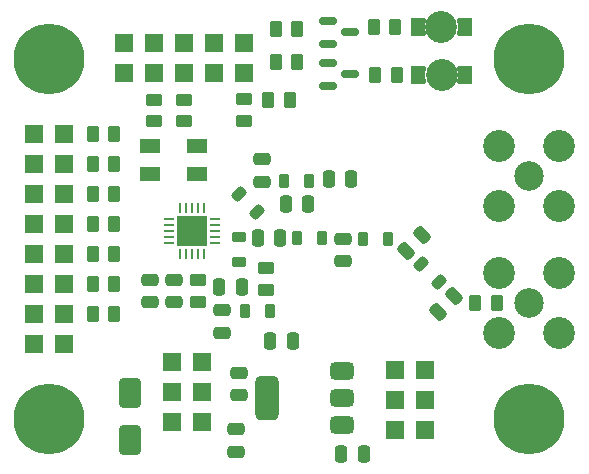
<source format=gbr>
%TF.GenerationSoftware,KiCad,Pcbnew,8.0.3+1*%
%TF.CreationDate,2024-07-24T16:14:15+00:00*%
%TF.ProjectId,ISM03,49534d30-332e-46b6-9963-61645f706362,rev?*%
%TF.SameCoordinates,Original*%
%TF.FileFunction,Soldermask,Bot*%
%TF.FilePolarity,Negative*%
%FSLAX46Y46*%
G04 Gerber Fmt 4.6, Leading zero omitted, Abs format (unit mm)*
G04 Created by KiCad (PCBNEW 8.0.3+1) date 2024-07-24 16:14:15*
%MOMM*%
%LPD*%
G01*
G04 APERTURE LIST*
G04 Aperture macros list*
%AMRoundRect*
0 Rectangle with rounded corners*
0 $1 Rounding radius*
0 $2 $3 $4 $5 $6 $7 $8 $9 X,Y pos of 4 corners*
0 Add a 4 corners polygon primitive as box body*
4,1,4,$2,$3,$4,$5,$6,$7,$8,$9,$2,$3,0*
0 Add four circle primitives for the rounded corners*
1,1,$1+$1,$2,$3*
1,1,$1+$1,$4,$5*
1,1,$1+$1,$6,$7*
1,1,$1+$1,$8,$9*
0 Add four rect primitives between the rounded corners*
20,1,$1+$1,$2,$3,$4,$5,0*
20,1,$1+$1,$4,$5,$6,$7,0*
20,1,$1+$1,$6,$7,$8,$9,0*
20,1,$1+$1,$8,$9,$2,$3,0*%
%AMFreePoly0*
4,1,27,0.405000,0.748540,0.473851,0.737775,0.540468,0.697134,0.586462,0.634092,0.604830,0.558249,0.592775,0.481149,0.592776,0.481149,0.558927,0.388685,0.517726,0.196112,0.503933,-0.000335,0.517820,-0.196775,0.559113,-0.389328,0.593006,-0.481776,0.593005,-0.481776,0.605097,-0.558870,0.586765,-0.634722,0.540802,-0.697786,0.474204,-0.738459,0.405000,-0.749313,0.405000,-0.750000,
0.400623,-0.750000,0.397110,-0.750551,0.394830,-0.750000,-0.645000,-0.750000,-0.645000,0.750000,0.405000,0.750000,0.405000,0.748540,0.405000,0.748540,$1*%
G04 Aperture macros list end*
%ADD10R,1.524000X1.524000*%
%ADD11C,6.000000*%
%ADD12C,2.500000*%
%ADD13C,2.700000*%
%ADD14RoundRect,0.250000X-0.262500X-0.450000X0.262500X-0.450000X0.262500X0.450000X-0.262500X0.450000X0*%
%ADD15RoundRect,0.375000X0.625000X0.375000X-0.625000X0.375000X-0.625000X-0.375000X0.625000X-0.375000X0*%
%ADD16RoundRect,0.500000X0.500000X1.400000X-0.500000X1.400000X-0.500000X-1.400000X0.500000X-1.400000X0*%
%ADD17RoundRect,0.150000X-0.587500X-0.150000X0.587500X-0.150000X0.587500X0.150000X-0.587500X0.150000X0*%
%ADD18FreePoly0,0.000000*%
%ADD19FreePoly0,180.000000*%
%ADD20RoundRect,0.250000X-0.450000X0.262500X-0.450000X-0.262500X0.450000X-0.262500X0.450000X0.262500X0*%
%ADD21RoundRect,0.250000X-0.475000X0.250000X-0.475000X-0.250000X0.475000X-0.250000X0.475000X0.250000X0*%
%ADD22RoundRect,0.250000X0.475000X-0.250000X0.475000X0.250000X-0.475000X0.250000X-0.475000X-0.250000X0*%
%ADD23RoundRect,0.250000X-0.250000X-0.475000X0.250000X-0.475000X0.250000X0.475000X-0.250000X0.475000X0*%
%ADD24RoundRect,0.250000X-0.650000X1.000000X-0.650000X-1.000000X0.650000X-1.000000X0.650000X1.000000X0*%
%ADD25RoundRect,0.218750X0.381250X-0.218750X0.381250X0.218750X-0.381250X0.218750X-0.381250X-0.218750X0*%
%ADD26RoundRect,0.250000X0.450000X-0.262500X0.450000X0.262500X-0.450000X0.262500X-0.450000X-0.262500X0*%
%ADD27RoundRect,0.250000X0.262500X0.450000X-0.262500X0.450000X-0.262500X-0.450000X0.262500X-0.450000X0*%
%ADD28R,1.800000X1.200000*%
%ADD29RoundRect,0.062500X0.362500X0.062500X-0.362500X0.062500X-0.362500X-0.062500X0.362500X-0.062500X0*%
%ADD30RoundRect,0.062500X0.062500X0.362500X-0.062500X0.362500X-0.062500X-0.362500X0.062500X-0.362500X0*%
%ADD31R,2.600000X2.600000*%
%ADD32RoundRect,0.218750X0.218750X0.381250X-0.218750X0.381250X-0.218750X-0.381250X0.218750X-0.381250X0*%
%ADD33RoundRect,0.218750X-0.424264X-0.114905X-0.114905X-0.424264X0.424264X0.114905X0.114905X0.424264X0*%
%ADD34RoundRect,0.250000X0.159099X-0.512652X0.512652X-0.159099X-0.159099X0.512652X-0.512652X0.159099X0*%
%ADD35RoundRect,0.250000X-0.159099X0.512652X-0.512652X0.159099X0.159099X-0.512652X0.512652X-0.159099X0*%
%ADD36RoundRect,0.218750X0.424264X0.114905X0.114905X0.424264X-0.424264X-0.114905X-0.114905X-0.424264X0*%
%ADD37RoundRect,0.218750X-0.218750X-0.381250X0.218750X-0.381250X0.218750X0.381250X-0.218750X0.381250X0*%
G04 APERTURE END LIST*
D10*
%TO.C,J17*%
X11430000Y16510000D03*
X8890000Y16510000D03*
%TD*%
%TO.C,J1*%
X20574000Y14986000D03*
X23114000Y14986000D03*
X20574000Y12446000D03*
X23114000Y12446000D03*
X20574000Y9906000D03*
X23114000Y9906000D03*
%TD*%
%TO.C,J4*%
X39420800Y14376400D03*
X41960800Y14376400D03*
X39420800Y11836400D03*
X41960800Y11836400D03*
X39420800Y9296400D03*
X41960800Y9296400D03*
%TD*%
%TO.C,J13*%
X11430000Y26670000D03*
X8890000Y26670000D03*
%TD*%
%TO.C,J14*%
X11430000Y31750000D03*
X8890000Y31750000D03*
%TD*%
%TO.C,J19*%
X11430000Y24130000D03*
X8890000Y24130000D03*
%TD*%
%TO.C,J20*%
X11430000Y19050000D03*
X8890000Y19050000D03*
%TD*%
%TO.C,J21*%
X11430000Y21590000D03*
X8890000Y21590000D03*
%TD*%
D11*
%TO.C,M1*%
X10160000Y40640000D03*
%TD*%
%TO.C,M2*%
X50800000Y40640000D03*
%TD*%
%TO.C,M3*%
X10160000Y10160000D03*
%TD*%
%TO.C,M4*%
X50800000Y10160000D03*
%TD*%
D12*
%TO.C,J3*%
X50800000Y30760087D03*
D13*
X48260000Y33300087D03*
X48260000Y28220087D03*
X53340000Y33300087D03*
X53340000Y28220087D03*
%TD*%
D10*
%TO.C,J22*%
X19050000Y39497000D03*
X19050000Y42037000D03*
%TD*%
%TO.C,J16*%
X11430000Y34290000D03*
X8890000Y34290000D03*
%TD*%
%TO.C,J15*%
X11430000Y29210000D03*
X8890000Y29210000D03*
%TD*%
%TO.C,J23*%
X21590000Y39497000D03*
X21590000Y42037000D03*
%TD*%
D12*
%TO.C,J2*%
X50800000Y20039914D03*
D13*
X48260000Y22579914D03*
X48260000Y17499914D03*
X53340000Y22579914D03*
X53340000Y17499914D03*
%TD*%
D10*
%TO.C,J6*%
X16510000Y39497000D03*
X16510000Y42037000D03*
%TD*%
%TO.C,J7*%
X24130000Y39497000D03*
X24130000Y42037000D03*
%TD*%
%TO.C,J5*%
X26670000Y39497689D03*
X26670000Y42037689D03*
%TD*%
D14*
%TO.C,R15*%
X13819500Y24130000D03*
X15644500Y24130000D03*
%TD*%
%TO.C,R17*%
X13819500Y21590000D03*
X15644500Y21590000D03*
%TD*%
D15*
%TO.C,U1*%
X34900000Y14251299D03*
X34900000Y11951299D03*
D16*
X28600000Y11951299D03*
D15*
X34900000Y9651299D03*
%TD*%
D17*
%TO.C,Q1*%
X33760000Y41976000D03*
X33760000Y43876000D03*
X35635000Y42926000D03*
%TD*%
D13*
%TO.C,D3*%
X43357800Y39293800D03*
D18*
X41452800Y39293800D03*
D19*
X45262800Y39293800D03*
%TD*%
D13*
%TO.C,D2*%
X43333500Y43384000D03*
D18*
X41428500Y43384000D03*
D19*
X45238500Y43384000D03*
%TD*%
D20*
%TO.C,R19*%
X21590000Y37234500D03*
X21590000Y35409500D03*
%TD*%
D17*
%TO.C,Q2*%
X33760000Y38420000D03*
X33760000Y40320000D03*
X35635000Y39370000D03*
%TD*%
D21*
%TO.C,C1*%
X25958800Y9332000D03*
X25958800Y7432000D03*
%TD*%
D22*
%TO.C,C3*%
X26187400Y12192000D03*
X26187400Y14092000D03*
%TD*%
D23*
%TO.C,C5*%
X28844200Y16814800D03*
X30744200Y16814800D03*
%TD*%
D21*
%TO.C,C15*%
X20726400Y21955800D03*
X20726400Y20055800D03*
%TD*%
D24*
%TO.C,D1*%
X17018000Y12414000D03*
X17018000Y8414000D03*
%TD*%
D25*
%TO.C,L8*%
X26187400Y23448500D03*
X26187400Y25573500D03*
%TD*%
D26*
%TO.C,R1*%
X28524200Y21109300D03*
X28524200Y22934300D03*
%TD*%
D14*
%TO.C,R9*%
X13819500Y26670000D03*
X15644500Y26670000D03*
%TD*%
%TO.C,R10*%
X13819500Y31750000D03*
X15644500Y31750000D03*
%TD*%
D26*
%TO.C,R13*%
X22733000Y20093300D03*
X22733000Y21918300D03*
%TD*%
D14*
%TO.C,R16*%
X13819500Y19050000D03*
X15644500Y19050000D03*
%TD*%
D27*
%TO.C,R22*%
X39420000Y43384000D03*
X37595000Y43384000D03*
%TD*%
%TO.C,R23*%
X39545900Y39319200D03*
X37720900Y39319200D03*
%TD*%
D21*
%TO.C,C20*%
X24765000Y19390400D03*
X24765000Y17490400D03*
%TD*%
D23*
%TO.C,C17*%
X24526200Y21336000D03*
X26426200Y21336000D03*
%TD*%
%TO.C,C2*%
X34864000Y7213600D03*
X36764000Y7213600D03*
%TD*%
D20*
%TO.C,R18*%
X19050000Y37234500D03*
X19050000Y35409500D03*
%TD*%
D14*
%TO.C,R11*%
X13819500Y29210000D03*
X15644500Y29210000D03*
%TD*%
%TO.C,R12*%
X13819500Y34290000D03*
X15644500Y34290000D03*
%TD*%
D28*
%TO.C,Y2*%
X22675600Y30931000D03*
X18675600Y30931000D03*
X18675600Y33331000D03*
X22675600Y33331000D03*
%TD*%
D29*
%TO.C,U2*%
X24140047Y27112000D03*
X24140047Y26612000D03*
X24140047Y26112000D03*
X24140047Y25612000D03*
X24140047Y25112000D03*
D30*
X23215047Y24187000D03*
X22715047Y24187000D03*
X22215047Y24187000D03*
X21715047Y24187000D03*
X21215047Y24187000D03*
D29*
X20290047Y25112000D03*
X20290047Y25612000D03*
X20290047Y26112000D03*
X20290047Y26612000D03*
X20290047Y27112000D03*
D30*
X21215047Y28037000D03*
X21715047Y28037000D03*
X22215047Y28037000D03*
X22715047Y28037000D03*
X23215047Y28037000D03*
D31*
X22215047Y26112000D03*
%TD*%
D32*
%TO.C,L7*%
X33269700Y25501600D03*
X31144700Y25501600D03*
%TD*%
%TO.C,L9*%
X32101300Y30327600D03*
X29976300Y30327600D03*
%TD*%
%TO.C,L5*%
X38806900Y25450800D03*
X36681900Y25450800D03*
%TD*%
D33*
%TO.C,L10*%
X26223499Y29199301D03*
X27726101Y27696699D03*
%TD*%
D34*
%TO.C,C7*%
X40374649Y24423449D03*
X41718151Y25766951D03*
%TD*%
D21*
%TO.C,C9*%
X34975800Y25435600D03*
X34975800Y23535600D03*
%TD*%
D22*
%TO.C,C13*%
X28194000Y30266600D03*
X28194000Y32166600D03*
%TD*%
D23*
%TO.C,C11*%
X27777400Y25501600D03*
X29677400Y25501600D03*
%TD*%
D35*
%TO.C,C4*%
X44385151Y20610751D03*
X43041649Y19267249D03*
%TD*%
D23*
%TO.C,C12*%
X30165000Y28397200D03*
X32065000Y28397200D03*
%TD*%
%TO.C,C6*%
X33822600Y30530800D03*
X35722600Y30530800D03*
%TD*%
D36*
%TO.C,L3*%
X43118501Y21778499D03*
X41615899Y23281101D03*
%TD*%
D27*
%TO.C,L1*%
X48029500Y20040600D03*
X46204500Y20040600D03*
%TD*%
D21*
%TO.C,C19*%
X18694400Y21955800D03*
X18694400Y20055800D03*
%TD*%
D20*
%TO.C,R4*%
X26670000Y37285300D03*
X26670000Y35460300D03*
%TD*%
D14*
%TO.C,R2*%
X29313500Y43180000D03*
X31138500Y43180000D03*
%TD*%
D27*
%TO.C,R5*%
X30503500Y37160200D03*
X28678500Y37160200D03*
%TD*%
D14*
%TO.C,R3*%
X29313500Y40386000D03*
X31138500Y40386000D03*
%TD*%
D37*
%TO.C,L11*%
X26725100Y19304000D03*
X28850100Y19304000D03*
%TD*%
M02*

</source>
